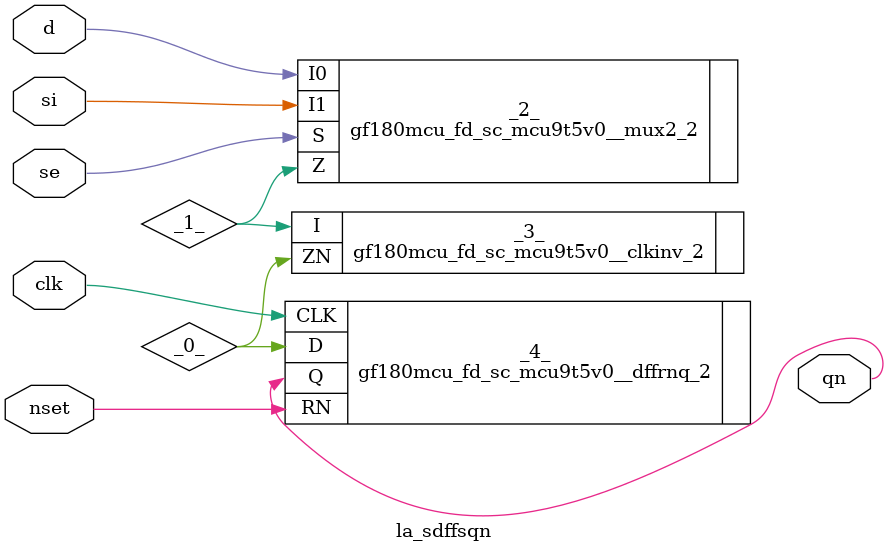
<source format=v>

/* Generated by Yosys 0.44 (git sha1 80ba43d26, g++ 11.4.0-1ubuntu1~22.04 -fPIC -O3) */

(* top =  1  *)
(* src = "generated" *)
module la_sdffsqn (
    d,
    si,
    se,
    clk,
    nset,
    qn
);
  (* src = "generated" *)
  wire _0_;
  wire _1_;
  (* src = "generated" *)
  input clk;
  wire clk;
  (* src = "generated" *)
  input d;
  wire d;
  (* src = "generated" *)
  input nset;
  wire nset;
  (* src = "generated" *)
  output qn;
  wire qn;
  (* src = "generated" *)
  input se;
  wire se;
  (* src = "generated" *)
  input si;
  wire si;
  gf180mcu_fd_sc_mcu9t5v0__mux2_2 _2_ (
      .I0(d),
      .I1(si),
      .S (se),
      .Z (_1_)
  );
  gf180mcu_fd_sc_mcu9t5v0__clkinv_2 _3_ (
      .I (_1_),
      .ZN(_0_)
  );
  (* src = "generated" *)
  gf180mcu_fd_sc_mcu9t5v0__dffrnq_2 _4_ (
      .CLK(clk),
      .D  (_0_),
      .Q  (qn),
      .RN (nset)
  );
endmodule

</source>
